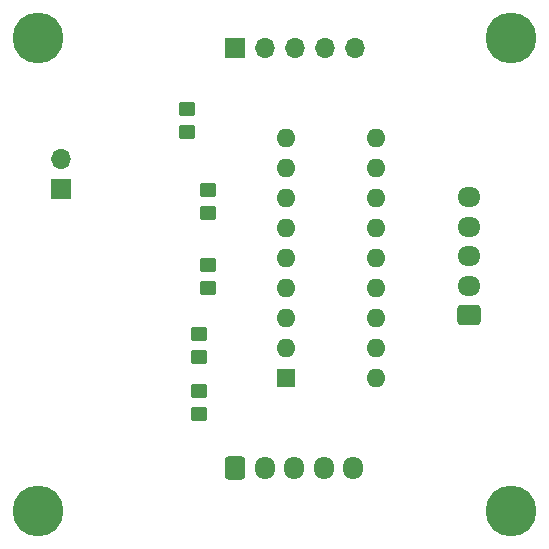
<source format=gbr>
%TF.GenerationSoftware,KiCad,Pcbnew,6.0.11+dfsg-1*%
%TF.CreationDate,2023-12-17T01:08:28-05:00*%
%TF.ProjectId,28byj_controller,32386279-6a5f-4636-9f6e-74726f6c6c65,rev?*%
%TF.SameCoordinates,Original*%
%TF.FileFunction,Soldermask,Top*%
%TF.FilePolarity,Negative*%
%FSLAX46Y46*%
G04 Gerber Fmt 4.6, Leading zero omitted, Abs format (unit mm)*
G04 Created by KiCad (PCBNEW 6.0.11+dfsg-1) date 2023-12-17 01:08:28*
%MOMM*%
%LPD*%
G01*
G04 APERTURE LIST*
G04 Aperture macros list*
%AMRoundRect*
0 Rectangle with rounded corners*
0 $1 Rounding radius*
0 $2 $3 $4 $5 $6 $7 $8 $9 X,Y pos of 4 corners*
0 Add a 4 corners polygon primitive as box body*
4,1,4,$2,$3,$4,$5,$6,$7,$8,$9,$2,$3,0*
0 Add four circle primitives for the rounded corners*
1,1,$1+$1,$2,$3*
1,1,$1+$1,$4,$5*
1,1,$1+$1,$6,$7*
1,1,$1+$1,$8,$9*
0 Add four rect primitives between the rounded corners*
20,1,$1+$1,$2,$3,$4,$5,0*
20,1,$1+$1,$4,$5,$6,$7,0*
20,1,$1+$1,$6,$7,$8,$9,0*
20,1,$1+$1,$8,$9,$2,$3,0*%
G04 Aperture macros list end*
%ADD10R,1.700000X1.700000*%
%ADD11O,1.700000X1.700000*%
%ADD12RoundRect,0.250000X0.725000X-0.600000X0.725000X0.600000X-0.725000X0.600000X-0.725000X-0.600000X0*%
%ADD13O,1.950000X1.700000*%
%ADD14RoundRect,0.250000X-0.600000X-0.725000X0.600000X-0.725000X0.600000X0.725000X-0.600000X0.725000X0*%
%ADD15O,1.700000X1.950000*%
%ADD16RoundRect,0.250000X0.450000X-0.350000X0.450000X0.350000X-0.450000X0.350000X-0.450000X-0.350000X0*%
%ADD17C,4.300000*%
%ADD18R,1.600000X1.600000*%
%ADD19O,1.600000X1.600000*%
G04 APERTURE END LIST*
D10*
%TO.C,J1*%
X121666000Y-55880000D03*
D11*
X124206000Y-55880000D03*
X126746000Y-55880000D03*
X129286000Y-55880000D03*
X131826000Y-55880000D03*
%TD*%
D10*
%TO.C,J2*%
X106934000Y-67818000D03*
D11*
X106934000Y-65278000D03*
%TD*%
D12*
%TO.C,M1*%
X141478000Y-78486000D03*
D13*
X141478000Y-75986000D03*
X141478000Y-73486000D03*
X141478000Y-70986000D03*
X141478000Y-68486000D03*
%TD*%
D14*
%TO.C,M2*%
X121666000Y-91440000D03*
D15*
X124166000Y-91440000D03*
X126666000Y-91440000D03*
X129166000Y-91440000D03*
X131666000Y-91440000D03*
%TD*%
D16*
%TO.C,R1*%
X117602000Y-62976000D03*
X117602000Y-60976000D03*
%TD*%
%TO.C,R2*%
X119380000Y-69834000D03*
X119380000Y-67834000D03*
%TD*%
%TO.C,R3*%
X119380000Y-76184000D03*
X119380000Y-74184000D03*
%TD*%
%TO.C,R4*%
X118618000Y-82026000D03*
X118618000Y-80026000D03*
%TD*%
%TO.C,R5*%
X118618000Y-86852000D03*
X118618000Y-84852000D03*
%TD*%
D17*
%TO.C,REF\u002A\u002A*%
X105000000Y-55000000D03*
%TD*%
%TO.C,REF\u002A\u002A*%
X145000000Y-55000000D03*
%TD*%
%TO.C,REF\u002A\u002A*%
X105000000Y-95000000D03*
%TD*%
%TO.C,REF\u002A\u002A*%
X145000000Y-95000000D03*
%TD*%
D18*
%TO.C,U2*%
X125984000Y-83820000D03*
D19*
X125984000Y-81280000D03*
X125984000Y-78740000D03*
X125984000Y-76200000D03*
X125984000Y-73660000D03*
X125984000Y-71120000D03*
X125984000Y-68580000D03*
X125984000Y-66040000D03*
X125984000Y-63500000D03*
X133604000Y-63500000D03*
X133604000Y-66040000D03*
X133604000Y-68580000D03*
X133604000Y-71120000D03*
X133604000Y-73660000D03*
X133604000Y-76200000D03*
X133604000Y-78740000D03*
X133604000Y-81280000D03*
X133604000Y-83820000D03*
%TD*%
M02*

</source>
